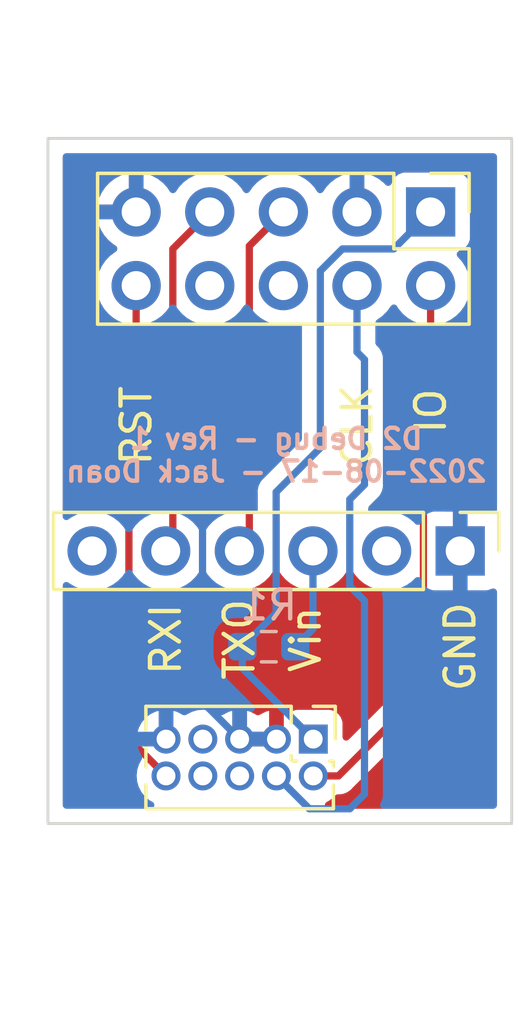
<source format=kicad_pcb>
(kicad_pcb (version 20211014) (generator pcbnew)
  (layers (0 "F.Cu" signal) (31 "B.Cu" signal) (34 "B.Paste" user) (35 "F.Paste" user) (36 "B.SilkS" user "B.Silkscreen") (37 "F.SilkS" user "F.Silkscreen") (38 "B.Mask" user) (39 "F.Mask" user) (44 "Edge.Cuts" user))
  (net 0 "")
  (net 1 "+5V")
  (net 2 "SWDIO")
  (net 3 "GND")
  (net 4 "SWCLK")
  (net 8 "RESET")
  (net 9 "FTDI_TXO")
  (net 11 "FTDI_RXI")
  (net 14 "Net-(J3-Pad3)")
  (footprint "Connector_PinHeader_2.54mm:PinHeader_1x06_P2.54mm_Vertical" (layer "F.Cu") (at 135.128 93.726 -90)
    (fp_text reference "J3" hide)
    (fp_text value "Conn_01x06")
    (fp_line (start -1.33 -1.33) (end 0 -1.33) (layer "F.SilkS") (width 0.12))
    (fp_line (start -1.33 1.27) (end 1.33 1.27) (layer "F.SilkS") (width 0.12))
    (fp_line (start -1.33 14.03) (end 1.33 14.03) (layer "F.SilkS") (width 0.12))
    (fp_line (start -1.33 0) (end -1.33 -1.33) (layer "F.SilkS") (width 0.12))
    (fp_line (start -1.33 1.27) (end -1.33 14.03) (layer "F.SilkS") (width 0.12))
    (fp_line (start 1.33 1.27) (end 1.33 14.03) (layer "F.SilkS") (width 0.12))
    (pad "1" thru_hole rect (at 0 0 270) (size 1.7 1.7) (drill 1) (layers *.Cu *.Mask) (net 3 "GND"))
    (pad "2" thru_hole oval (at 0 2.54 270) (size 1.7 1.7) (drill 1) (layers *.Cu *.Mask))
    (pad "3" thru_hole oval (at 0 5.08 270) (size 1.7 1.7) (drill 1) (layers *.Cu *.Mask) (net 14 "Net-(J3-Pad3)"))
    (pad "4" thru_hole oval (at 0 7.62 270) (size 1.7 1.7) (drill 1) (layers *.Cu *.Mask) (net 9 "FTDI_TXO"))
    (pad "5" thru_hole oval (at 0 10.16 270) (size 1.7 1.7) (drill 1) (layers *.Cu *.Mask) (net 11 "FTDI_RXI"))
    (pad "6" thru_hole oval (at 0 12.7 270) (size 1.7 1.7) (drill 1) (layers *.Cu *.Mask))
  )
  (footprint "Connector_PinHeader_1.27mm:PinHeader_2x05_P1.27mm_Vertical" (layer "F.Cu") (at 130.058 100.213 -90)
    (fp_text reference "J1" hide)
    (fp_text value "Conn_ARM_JTAG_SWD_10")
    (fp_line (start -1.13 -0.76) (end 0 -0.76) (layer "F.SilkS") (width 0.12))
    (fp_line (start 0.30753 5.775) (end 0.96247 5.775) (layer "F.SilkS") (width 0.12))
    (fp_line (start -1.13 0) (end -1.13 -0.76) (layer "F.SilkS") (width 0.12))
    (fp_line (start -1.13 5.775) (end -0.30753 5.775) (layer "F.SilkS") (width 0.12))
    (fp_line (start 2.4 -0.695) (end 2.4 5.775) (layer "F.SilkS") (width 0.12))
    (fp_line (start -1.13 0.76) (end -0.563471 0.76) (layer "F.SilkS") (width 0.12))
    (fp_line (start 1.57753 -0.695) (end 2.4 -0.695) (layer "F.SilkS") (width 0.12))
    (fp_line (start 0.76 -0.563471) (end 0.76 -0.695) (layer "F.SilkS") (width 0.12))
    (fp_line (start 1.57753 5.775) (end 2.4 5.775) (layer "F.SilkS") (width 0.12))
    (fp_line (start -1.13 0.76) (end -1.13 5.775) (layer "F.SilkS") (width 0.12))
    (fp_line (start 0.563471 0.76) (end 0.706529 0.76) (layer "F.SilkS") (width 0.12))
    (fp_line (start 0.76 0.706529) (end 0.76 0.563471) (layer "F.SilkS") (width 0.12))
    (fp_line (start 0.76 -0.695) (end 0.96247 -0.695) (layer "F.SilkS") (width 0.12))
    (pad "1" thru_hole rect (at 0 0 270) (size 1 1) (drill 0.65) (layers *.Cu *.Mask) (net 1 "+5V"))
    (pad "2" thru_hole oval (at 1.27 0 270) (size 1 1) (drill 0.65) (layers *.Cu *.Mask) (net 2 "SWDIO"))
    (pad "3" thru_hole oval (at 0 1.27 270) (size 1 1) (drill 0.65) (layers *.Cu *.Mask) (net 3 "GND"))
    (pad "4" thru_hole oval (at 1.27 1.27 270) (size 1 1) (drill 0.65) (layers *.Cu *.Mask) (net 4 "SWCLK"))
    (pad "5" thru_hole oval (at 0 2.54 270) (size 1 1) (drill 0.65) (layers *.Cu *.Mask) (net 3 "GND"))
    (pad "6" thru_hole oval (at 1.27 2.54 270) (size 1 1) (drill 0.65) (layers *.Cu *.Mask))
    (pad "7" thru_hole oval (at 0 3.81 270) (size 1 1) (drill 0.65) (layers *.Cu *.Mask))
    (pad "8" thru_hole oval (at 1.27 3.81 270) (size 1 1) (drill 0.65) (layers *.Cu *.Mask))
    (pad "9" thru_hole oval (at 0 5.08 270) (size 1 1) (drill 0.65) (layers *.Cu *.Mask) (net 3 "GND"))
    (pad "10" thru_hole oval (at 1.27 5.08 270) (size 1 1) (drill 0.65) (layers *.Cu *.Mask) (net 8 "RESET"))
  )
  (footprint "Connector_PinHeader_2.54mm:PinHeader_2x05_P2.54mm_Vertical" (layer "F.Cu") (at 134.107 82.037 -90)
    (fp_text reference "J2" hide)
    (fp_text value "Conn_02x05_Odd_Even")
    (fp_line (start -1.33 0) (end -1.33 -1.33) (layer "F.SilkS") (width 0.12))
    (fp_line (start -1.33 11.49) (end 3.87 11.49) (layer "F.SilkS") (width 0.12))
    (fp_line (start -1.33 1.27) (end 1.27 1.27) (layer "F.SilkS") (width 0.12))
    (fp_line (start 1.27 -1.33) (end 3.87 -1.33) (layer "F.SilkS") (width 0.12))
    (fp_line (start -1.33 -1.33) (end 0 -1.33) (layer "F.SilkS") (width 0.12))
    (fp_line (start 3.87 -1.33) (end 3.87 11.49) (layer "F.SilkS") (width 0.12))
    (fp_line (start 1.27 1.27) (end 1.27 -1.33) (layer "F.SilkS") (width 0.12))
    (fp_line (start -1.33 1.27) (end -1.33 11.49) (layer "F.SilkS") (width 0.12))
    (pad "1" thru_hole rect (at 0 0 270) (size 1.7 1.7) (drill 1) (layers *.Cu *.Mask) (net 1 "+5V"))
    (pad "2" thru_hole oval (at 2.54 0 270) (size 1.7 1.7) (drill 1) (layers *.Cu *.Mask) (net 2 "SWDIO"))
    (pad "3" thru_hole oval (at 0 2.54 270) (size 1.7 1.7) (drill 1) (layers *.Cu *.Mask) (net 3 "GND"))
    (pad "4" thru_hole oval (at 2.54 2.54 270) (size 1.7 1.7) (drill 1) (layers *.Cu *.Mask) (net 4 "SWCLK"))
    (pad "5" thru_hole oval (at 0 5.08 270) (size 1.7 1.7) (drill 1) (layers *.Cu *.Mask) (net 9 "FTDI_TXO"))
    (pad "6" thru_hole oval (at 2.54 5.08 270) (size 1.7 1.7) (drill 1) (layers *.Cu *.Mask))
    (pad "7" thru_hole oval (at 0 7.62 270) (size 1.7 1.7) (drill 1) (layers *.Cu *.Mask) (net 11 "FTDI_RXI"))
    (pad "8" thru_hole oval (at 2.54 7.62 270) (size 1.7 1.7) (drill 1) (layers *.Cu *.Mask))
    (pad "9" thru_hole oval (at 0 10.16 270) (size 1.7 1.7) (drill 1) (layers *.Cu *.Mask) (net 3 "GND"))
    (pad "10" thru_hole oval (at 2.54 10.16 270) (size 1.7 1.7) (drill 1) (layers *.Cu *.Mask) (net 8 "RESET"))
  )
  (footprint "Resistor_SMD:R_0603_1608Metric_Pad0.98x0.95mm_HandSolder" (layer "B.Cu") (at 128.524 97.028 180)
    (fp_text reference "R1" (at 0 1.43) (layer "B.SilkS") (effects (justify mirror)))
    (fp_text value "0")
    (fp_line (start -0.254724 0.5225) (end 0.254724 0.5225) (layer "B.SilkS") (width 0.12))
    (fp_line (start -0.254724 -0.5225) (end 0.254724 -0.5225) (layer "B.SilkS") (width 0.12))
    (pad "1" smd roundrect (at -0.9125 0 180) (size 0.975 0.95) (layers "B.Cu" "B.Paste" "B.Mask") (net 14 "Net-(J3-Pad3)"))
    (pad "2" smd roundrect (at 0.9125 0 180) (size 0.975 0.95) (layers "B.Cu" "B.Paste" "B.Mask") (net 1 "+5V"))
  )
  (gr_rect (start 136.906 103.124) (end 120.904 79.502) (layer "Edge.Cuts") (width 0.1) (fill none))
  (gr_text "D2 Debug - Rev 1\n2022-08-17 - Jack Doan" (at 128.778 90.424) (layer "B.SilkS") (effects (font (size 0.7 0.7)) (justify mirror)))
  (gr_text "Vin" (at 129.794 96.774 90) (layer "F.SilkS") (effects (font (size 1 1))))
  (gr_text "CLK" (at 131.572 89.408 90) (layer "F.SilkS") (effects (font (size 1 1))))
  (gr_text "TXO" (at 127.508 96.774 90) (layer "F.SilkS") (effects (font (size 1 1))))
  (gr_text "IO" (at 134.112 88.9 90) (layer "F.SilkS") (effects (font (size 1 1))))
  (gr_text "RST" (at 123.952 89.408 90) (layer "F.SilkS") (effects (font (size 1 1))))
  (gr_text "GND" (at 135.128 97.028 90) (layer "F.SilkS") (effects (font (size 1 1))))
  (gr_text "RXI" (at 124.968 96.774 90) (layer "F.SilkS") (effects (font (size 1 1))))
  (segment (start 127.6115 97.028) (end 128.778 95.8615) (width 0.25) (layer "B.Cu") (net 1))
  (segment (start 131.064 83.312) (end 132.832 83.312) (width 0.25) (layer "B.Cu") (net 1))
  (segment (start 130.302 84.074) (end 131.064 83.312) (width 0.25) (layer "B.Cu") (net 1))
  (segment (start 128.778 91.694) (end 130.302 90.17) (width 0.25) (layer "B.Cu") (net 1))
  (segment (start 128.778 95.8615) (end 128.778 91.694) (width 0.25) (layer "B.Cu") (net 1))
  (segment (start 127.6115 97.7665) (end 130.058 100.213) (width 0.25) (layer "B.Cu") (net 1))
  (segment (start 127.6115 97.028) (end 127.6115 97.7665) (width 0.25) (layer "B.Cu") (net 1))
  (segment (start 132.832 83.312) (end 134.107 82.037) (width 0.25) (layer "B.Cu") (net 1))
  (segment (start 130.302 90.17) (end 130.302 84.074) (width 0.25) (layer "B.Cu") (net 1))
  (segment (start 133.858 87.117) (end 134.107 86.868) (width 0.25) (layer "F.Cu") (net 2))
  (segment (start 134.107 86.868) (end 134.107 84.577) (width 0.25) (layer "F.Cu") (net 2))
  (segment (start 133.858 98.552) (end 133.858 87.117) (width 0.25) (layer "F.Cu") (net 2))
  (segment (start 130.058 101.483) (end 130.927 101.483) (width 0.25) (layer "F.Cu") (net 2))
  (segment (start 130.927 101.483) (end 133.858 98.552) (width 0.25) (layer "F.Cu") (net 2))
  (segment (start 134.107 84.335002) (end 134.107 84.328) (width 0.25) (layer "B.Cu") (net 2))
  (segment (start 127.518 100.213) (end 126.238 98.933) (width 0.25) (layer "B.Cu") (net 3))
  (segment (start 126.238 98.933) (end 126.238 94.742) (width 0.25) (layer "B.Cu") (net 3))
  (segment (start 126.238 94.742) (end 126.238 91.694) (width 0.25) (layer "B.Cu") (net 3))
  (segment (start 131.826 87.127) (end 131.567 86.868) (width 0.25) (layer "B.Cu") (net 4))
  (segment (start 131.318 102.616) (end 131.826 102.108) (width 0.25) (layer "B.Cu") (net 4))
  (segment (start 129.921 102.616) (end 131.318 102.616) (width 0.25) (layer "B.Cu") (net 4))
  (segment (start 131.826 91.44) (end 131.826 87.127) (width 0.25) (layer "B.Cu") (net 4))
  (segment (start 131.567 86.868) (end 131.567 84.577) (width 0.25) (layer "B.Cu") (net 4))
  (segment (start 131.318 91.948) (end 131.826 91.44) (width 0.25) (layer "B.Cu") (net 4))
  (segment (start 131.318 94.93785) (end 131.318 91.948) (width 0.25) (layer "B.Cu") (net 4))
  (segment (start 131.826 95.44585) (end 131.318 94.93785) (width 0.25) (layer "B.Cu") (net 4))
  (segment (start 128.788 101.483) (end 129.921 102.616) (width 0.25) (layer "B.Cu") (net 4))
  (segment (start 131.826 102.108) (end 131.826 95.44585) (width 0.25) (layer "B.Cu") (net 4))
  (segment (start 123.698 100.203) (end 124.978 101.483) (width 0.25) (layer "F.Cu") (net 8))
  (segment (start 123.698 88.138) (end 123.698 100.203) (width 0.25) (layer "F.Cu") (net 8))
  (segment (start 123.947 87.889) (end 123.698 88.138) (width 0.25) (layer "F.Cu") (net 8))
  (segment (start 123.947 84.577) (end 123.947 87.889) (width 0.25) (layer "F.Cu") (net 8))
  (segment (start 127.852 93.382) (end 127.852 83.212) (width 0.25) (layer "F.Cu") (net 9))
  (segment (start 127.852 83.212) (end 129.027 82.037) (width 0.25) (layer "F.Cu") (net 9))
  (segment (start 127.508 93.726) (end 127.852 93.382) (width 0.25) (layer "F.Cu") (net 9))
  (segment (start 124.968 93.726) (end 125.212722 93.481278) (width 0.25) (layer "F.Cu") (net 11))
  (segment (start 125.212722 93.481278) (end 125.212722 83.311278) (width 0.25) (layer "F.Cu") (net 11))
  (segment (start 125.212722 83.311278) (end 126.487 82.037) (width 0.25) (layer "F.Cu") (net 11))
  (segment (start 130.048 96.4165) (end 130.048 93.726) (width 0.25) (layer "B.Cu") (net 14))
  (segment (start 129.4365 97.028) (end 130.048 96.4165) (width 0.25) (layer "B.Cu") (net 14))
  (zone (net 3) (net_name "GND") (layers F&B.Cu) (connect_pads (clearance 0.508)) (min_thickness 0.254) (fill yes (thermal_gap 0.508) (thermal_bridge_width 0.508))
    (polygon (pts (xy 137.16 104.648) (xy 119.888 104.648) (xy 120.142 78.486) (xy 137.16 78.486)))
  )
)
</source>
